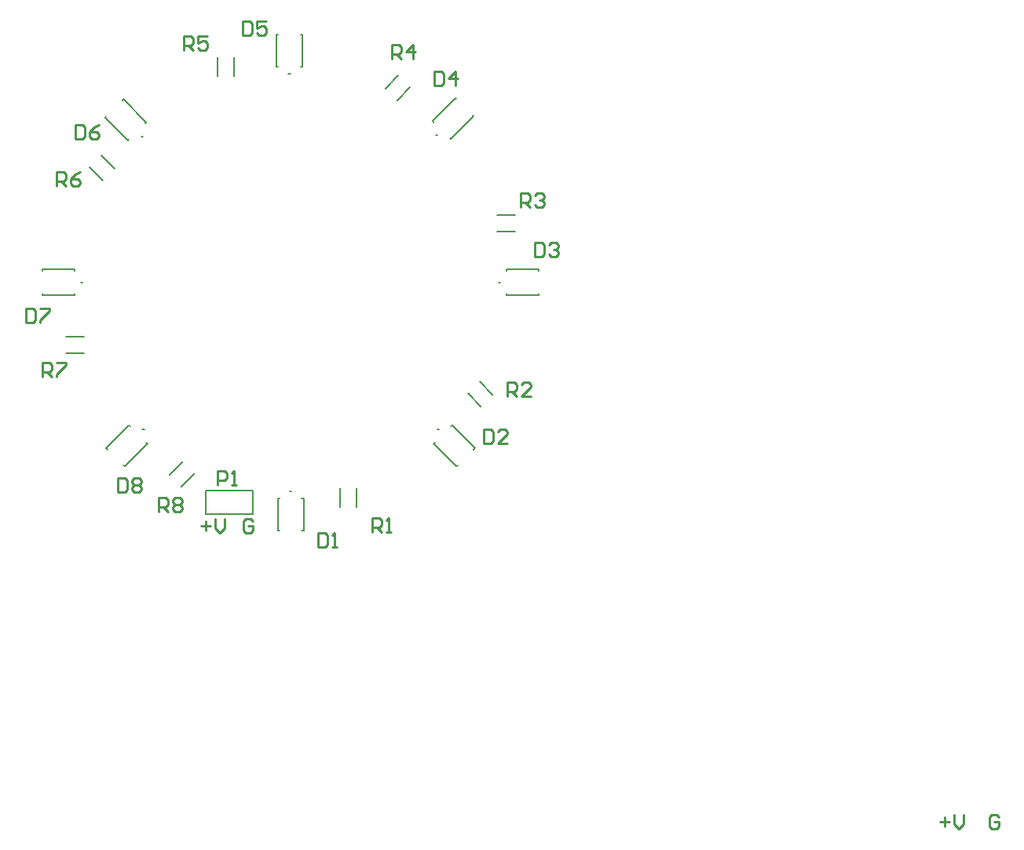
<source format=gto>
G04*
G04 #@! TF.GenerationSoftware,Altium Limited,Altium Designer,19.0.10 (269)*
G04*
G04 Layer_Color=65535*
%FSLAX25Y25*%
%MOIN*%
G70*
G01*
G75*
%ADD10C,0.00787*%
%ADD11C,0.00500*%
%ADD12C,0.01000*%
D10*
X141720Y202000D02*
X140933D01*
X141720D01*
X167342Y264051D02*
X166555D01*
X167342D01*
X229894Y290673D02*
X229106D01*
X229894D01*
X292445Y264551D02*
X291658D01*
X292445D01*
X318992Y202000D02*
X318205D01*
X318992D01*
X292945Y139449D02*
X292158D01*
X292945D01*
X230394Y113327D02*
X229606D01*
X230394D01*
X167842Y139449D02*
X167055D01*
X167842D01*
X194000Y103500D02*
Y113500D01*
X214000D01*
Y103500D02*
Y113500D01*
X194000Y103500D02*
X214000D01*
D11*
X134571Y179004D02*
X142445D01*
X134571Y171996D02*
X142445D01*
X138390Y196488D02*
Y197197D01*
Y206803D02*
Y207512D01*
X124610Y196488D02*
Y197197D01*
Y206803D02*
Y207512D01*
Y196488D02*
X138390D01*
X124610Y207512D02*
X138390D01*
X160974Y262231D02*
X161476Y262732D01*
X168268Y269525D02*
X168769Y270026D01*
X151231Y271974D02*
X151732Y272476D01*
X158525Y279268D02*
X159026Y279769D01*
X151231Y271974D02*
X160974Y262231D01*
X159026Y279769D02*
X168769Y270026D01*
X149694Y255762D02*
X155262Y250194D01*
X144738Y250806D02*
X150306Y245238D01*
X223988Y293610D02*
X224697D01*
X234303D02*
X235012D01*
X223988Y307390D02*
X224697D01*
X234303D02*
X235012D01*
X223988Y293610D02*
Y307390D01*
X235012Y293610D02*
Y307390D01*
X206004Y289563D02*
Y297437D01*
X198996Y289563D02*
Y297437D01*
X275194Y279239D02*
X280762Y284806D01*
X270238Y284194D02*
X275806Y289761D01*
X290231Y270526D02*
X290732Y270024D01*
X297524Y263232D02*
X298026Y262731D01*
X299974Y280269D02*
X300476Y279768D01*
X307268Y272975D02*
X307769Y272474D01*
X290231Y270526D02*
X299974Y280269D01*
X298026Y262731D02*
X307769Y272474D01*
X317563Y223496D02*
X325437D01*
X317563Y230504D02*
X325437D01*
X321535Y206803D02*
Y207512D01*
Y196488D02*
Y197197D01*
X335315Y206803D02*
Y207512D01*
Y196488D02*
Y197197D01*
X321535Y207512D02*
X335315D01*
X321535Y196488D02*
X335315D01*
X305239Y154806D02*
X310806Y149238D01*
X310194Y159762D02*
X315761Y154194D01*
X298025Y140768D02*
X298526Y141269D01*
X290731Y133474D02*
X291232Y133976D01*
X307768Y131025D02*
X308269Y131526D01*
X300474Y123731D02*
X300975Y124232D01*
X298526Y141269D02*
X308269Y131526D01*
X290731Y133474D02*
X300474Y123731D01*
X250996Y106563D02*
Y114437D01*
X258004Y106563D02*
Y114437D01*
X234803Y110390D02*
X235512D01*
X224488D02*
X225197D01*
X234803Y96610D02*
X235512D01*
X224488D02*
X225197D01*
X235512D02*
Y110390D01*
X224488Y96610D02*
Y110390D01*
X178738Y120194D02*
X184306Y125762D01*
X183694Y115238D02*
X189262Y120806D01*
X168768Y133976D02*
X169269Y133474D01*
X161474Y141269D02*
X161976Y140768D01*
X159025Y124232D02*
X159526Y123731D01*
X151731Y131526D02*
X152232Y131025D01*
X159526Y123731D02*
X169269Y133474D01*
X151731Y131526D02*
X161474Y141269D01*
D12*
X192000Y98499D02*
X195999D01*
X193999Y100498D02*
Y96500D01*
X197998Y101498D02*
Y97499D01*
X199997Y95500D01*
X201997Y97499D01*
Y101498D01*
X213993Y100498D02*
X212993Y101498D01*
X210994D01*
X209994Y100498D01*
Y96500D01*
X210994Y95500D01*
X212993D01*
X213993Y96500D01*
Y98499D01*
X211994D01*
X505500Y-27001D02*
X509499D01*
X507499Y-25002D02*
Y-29000D01*
X511498Y-24002D02*
Y-28001D01*
X513497Y-30000D01*
X515497Y-28001D01*
Y-24002D01*
X530499Y-25002D02*
X529499Y-24002D01*
X527500D01*
X526500Y-25002D01*
Y-29000D01*
X527500Y-30000D01*
X529499D01*
X530499Y-29000D01*
Y-27001D01*
X528499D01*
X174000Y104500D02*
Y110498D01*
X176999D01*
X177999Y109498D01*
Y107499D01*
X176999Y106499D01*
X174000D01*
X175999D02*
X177999Y104500D01*
X179998Y109498D02*
X180998Y110498D01*
X182997D01*
X183997Y109498D01*
Y108499D01*
X182997Y107499D01*
X183997Y106499D01*
Y105500D01*
X182997Y104500D01*
X180998D01*
X179998Y105500D01*
Y106499D01*
X180998Y107499D01*
X179998Y108499D01*
Y109498D01*
X180998Y107499D02*
X182997D01*
X124500Y162000D02*
Y167998D01*
X127499D01*
X128499Y166998D01*
Y164999D01*
X127499Y163999D01*
X124500D01*
X126499D02*
X128499Y162000D01*
X130498Y167998D02*
X134497D01*
Y166998D01*
X130498Y163000D01*
Y162000D01*
X130500Y243000D02*
Y248998D01*
X133499D01*
X134499Y247998D01*
Y245999D01*
X133499Y244999D01*
X130500D01*
X132499D02*
X134499Y243000D01*
X140497Y248998D02*
X138497Y247998D01*
X136498Y245999D01*
Y244000D01*
X137498Y243000D01*
X139497D01*
X140497Y244000D01*
Y244999D01*
X139497Y245999D01*
X136498D01*
X184500Y300500D02*
Y306498D01*
X187499D01*
X188499Y305498D01*
Y303499D01*
X187499Y302499D01*
X184500D01*
X186499D02*
X188499Y300500D01*
X194497Y306498D02*
X190498D01*
Y303499D01*
X192497Y304499D01*
X193497D01*
X194497Y303499D01*
Y301500D01*
X193497Y300500D01*
X191498D01*
X190498Y301500D01*
X272897Y297000D02*
Y302998D01*
X275896D01*
X276896Y301998D01*
Y299999D01*
X275896Y298999D01*
X272897D01*
X274896D02*
X276896Y297000D01*
X281894D02*
Y302998D01*
X278895Y299999D01*
X282894D01*
X327500Y234000D02*
Y239998D01*
X330499D01*
X331499Y238998D01*
Y236999D01*
X330499Y235999D01*
X327500D01*
X329499D02*
X331499Y234000D01*
X333498Y238998D02*
X334498Y239998D01*
X336497D01*
X337497Y238998D01*
Y237999D01*
X336497Y236999D01*
X335497D01*
X336497D01*
X337497Y235999D01*
Y235000D01*
X336497Y234000D01*
X334498D01*
X333498Y235000D01*
X322000Y153500D02*
Y159498D01*
X324999D01*
X325999Y158498D01*
Y156499D01*
X324999Y155499D01*
X322000D01*
X323999D02*
X325999Y153500D01*
X331997D02*
X327998D01*
X331997Y157499D01*
Y158498D01*
X330997Y159498D01*
X328998D01*
X327998Y158498D01*
X264500Y96000D02*
Y101998D01*
X267499D01*
X268499Y100998D01*
Y98999D01*
X267499Y97999D01*
X264500D01*
X266499D02*
X268499Y96000D01*
X270498D02*
X272497D01*
X271498D01*
Y101998D01*
X270498Y100998D01*
X156500Y118998D02*
Y113000D01*
X159499D01*
X160499Y114000D01*
Y117998D01*
X159499Y118998D01*
X156500D01*
X162498Y117998D02*
X163498Y118998D01*
X165497D01*
X166497Y117998D01*
Y116999D01*
X165497Y115999D01*
X166497Y114999D01*
Y114000D01*
X165497Y113000D01*
X163498D01*
X162498Y114000D01*
Y114999D01*
X163498Y115999D01*
X162498Y116999D01*
Y117998D01*
X163498Y115999D02*
X165497D01*
X117500Y190998D02*
Y185000D01*
X120499D01*
X121499Y186000D01*
Y189998D01*
X120499Y190998D01*
X117500D01*
X123498D02*
X127497D01*
Y189998D01*
X123498Y186000D01*
Y185000D01*
X138500Y268998D02*
Y263000D01*
X141499D01*
X142499Y264000D01*
Y267998D01*
X141499Y268998D01*
X138500D01*
X148497D02*
X146497Y267998D01*
X144498Y265999D01*
Y264000D01*
X145498Y263000D01*
X147497D01*
X148497Y264000D01*
Y264999D01*
X147497Y265999D01*
X144498D01*
X209500Y312998D02*
Y307000D01*
X212499D01*
X213499Y308000D01*
Y311998D01*
X212499Y312998D01*
X209500D01*
X219497D02*
X215498D01*
Y309999D01*
X217497Y310999D01*
X218497D01*
X219497Y309999D01*
Y308000D01*
X218497Y307000D01*
X216498D01*
X215498Y308000D01*
X291000Y291498D02*
Y285500D01*
X293999D01*
X294999Y286500D01*
Y290498D01*
X293999Y291498D01*
X291000D01*
X299997Y285500D02*
Y291498D01*
X296998Y288499D01*
X300997D01*
X333500Y218998D02*
Y213000D01*
X336499D01*
X337499Y214000D01*
Y217998D01*
X336499Y218998D01*
X333500D01*
X339498Y217998D02*
X340498Y218998D01*
X342497D01*
X343497Y217998D01*
Y216999D01*
X342497Y215999D01*
X341497D01*
X342497D01*
X343497Y214999D01*
Y214000D01*
X342497Y213000D01*
X340498D01*
X339498Y214000D01*
X312000Y139498D02*
Y133500D01*
X314999D01*
X315999Y134500D01*
Y138498D01*
X314999Y139498D01*
X312000D01*
X321997Y133500D02*
X317998D01*
X321997Y137499D01*
Y138498D01*
X320997Y139498D01*
X318998D01*
X317998Y138498D01*
X241500Y95498D02*
Y89500D01*
X244499D01*
X245499Y90500D01*
Y94498D01*
X244499Y95498D01*
X241500D01*
X247498Y89500D02*
X249497D01*
X248498D01*
Y95498D01*
X247498Y94498D01*
X199000Y116000D02*
Y121998D01*
X201999D01*
X202999Y120998D01*
Y118999D01*
X201999Y117999D01*
X199000D01*
X204998Y116000D02*
X206997D01*
X205998D01*
Y121998D01*
X204998Y120998D01*
M02*

</source>
